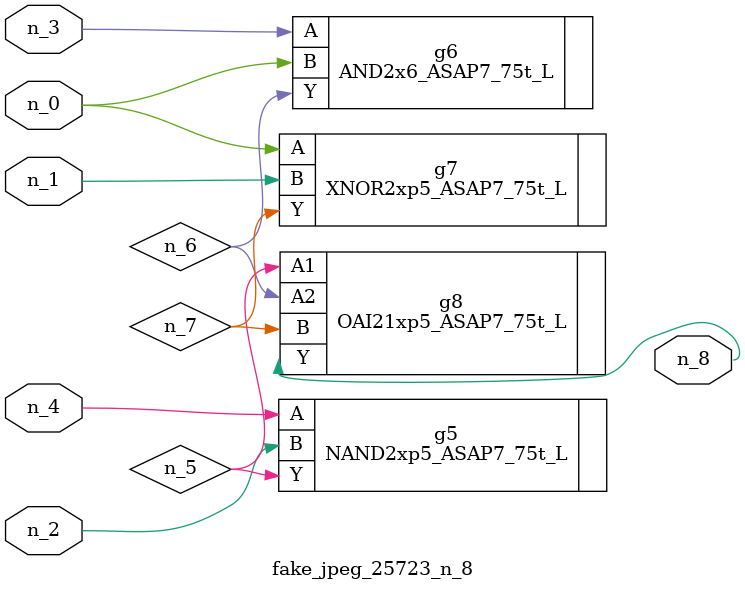
<source format=v>
module fake_jpeg_25723_n_8 (n_3, n_2, n_1, n_0, n_4, n_8);

input n_3;
input n_2;
input n_1;
input n_0;
input n_4;

output n_8;

wire n_6;
wire n_5;
wire n_7;

NAND2xp5_ASAP7_75t_L g5 ( 
.A(n_4),
.B(n_2),
.Y(n_5)
);

AND2x6_ASAP7_75t_L g6 ( 
.A(n_3),
.B(n_0),
.Y(n_6)
);

XNOR2xp5_ASAP7_75t_L g7 ( 
.A(n_0),
.B(n_1),
.Y(n_7)
);

OAI21xp5_ASAP7_75t_L g8 ( 
.A1(n_5),
.A2(n_6),
.B(n_7),
.Y(n_8)
);


endmodule
</source>
